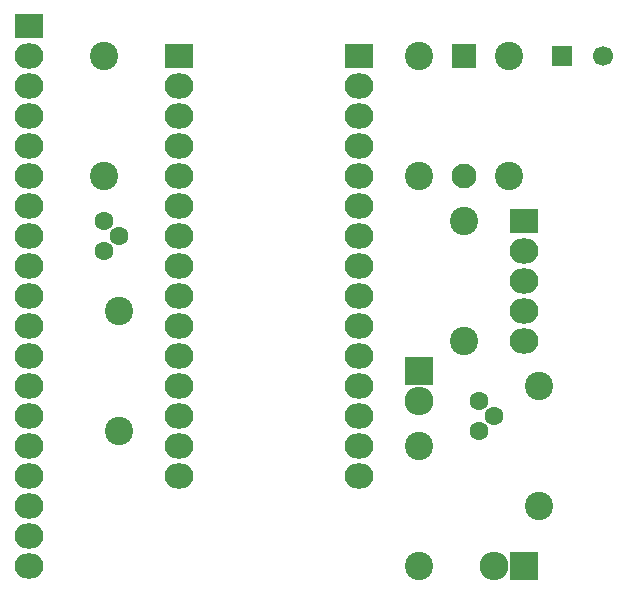
<source format=gts>
G04 #@! TF.FileFunction,Soldermask,Top*
%FSLAX46Y46*%
G04 Gerber Fmt 4.6, Leading zero omitted, Abs format (unit mm)*
G04 Created by KiCad (PCBNEW 4.0.4+e1-6308~48~ubuntu16.04.1-stable) date Fri Nov  4 19:35:35 2016*
%MOMM*%
%LPD*%
G01*
G04 APERTURE LIST*
%ADD10C,0.100000*%
%ADD11R,2.432000X2.127200*%
%ADD12O,2.432000X2.127200*%
%ADD13C,2.398980*%
%ADD14C,1.600000*%
%ADD15R,2.432000X2.432000*%
%ADD16O,2.432000X2.432000*%
%ADD17C,2.099260*%
%ADD18R,2.099260X2.099260*%
%ADD19C,1.700000*%
%ADD20R,1.700000X1.700000*%
G04 APERTURE END LIST*
D10*
D11*
X31750000Y-76200000D03*
D12*
X31750000Y-78740000D03*
X31750000Y-81280000D03*
X31750000Y-83820000D03*
X31750000Y-86360000D03*
X31750000Y-88900000D03*
X31750000Y-91440000D03*
X31750000Y-93980000D03*
X31750000Y-96520000D03*
X31750000Y-99060000D03*
X31750000Y-101600000D03*
X31750000Y-104140000D03*
X31750000Y-106680000D03*
X31750000Y-109220000D03*
X31750000Y-111760000D03*
X31750000Y-114300000D03*
X31750000Y-116840000D03*
X31750000Y-119380000D03*
X31750000Y-121920000D03*
D13*
X72390000Y-88900000D03*
X72390000Y-78740000D03*
X68580000Y-92710000D03*
X68580000Y-102870000D03*
X64770000Y-121920000D03*
X64770000Y-111760000D03*
X39370000Y-110490000D03*
X39370000Y-100330000D03*
X38100000Y-78740000D03*
X38100000Y-88900000D03*
D14*
X38100000Y-95250000D03*
X39370000Y-93980000D03*
X38100000Y-92710000D03*
D15*
X73660000Y-121920000D03*
D16*
X71120000Y-121920000D03*
D15*
X64770000Y-105410000D03*
D16*
X64770000Y-107950000D03*
D11*
X73660000Y-92710000D03*
D12*
X73660000Y-95250000D03*
X73660000Y-97790000D03*
X73660000Y-100330000D03*
X73660000Y-102870000D03*
D11*
X59690000Y-78740000D03*
D12*
X59690000Y-81280000D03*
X59690000Y-83820000D03*
X59690000Y-86360000D03*
X59690000Y-88900000D03*
X59690000Y-91440000D03*
X59690000Y-93980000D03*
X59690000Y-96520000D03*
X59690000Y-99060000D03*
X59690000Y-101600000D03*
X59690000Y-104140000D03*
X59690000Y-106680000D03*
X59690000Y-109220000D03*
X59690000Y-111760000D03*
X59690000Y-114300000D03*
D11*
X44450000Y-78740000D03*
D12*
X44450000Y-81280000D03*
X44450000Y-83820000D03*
X44450000Y-86360000D03*
X44450000Y-88900000D03*
X44450000Y-91440000D03*
X44450000Y-93980000D03*
X44450000Y-96520000D03*
X44450000Y-99060000D03*
X44450000Y-101600000D03*
X44450000Y-104140000D03*
X44450000Y-106680000D03*
X44450000Y-109220000D03*
X44450000Y-111760000D03*
X44450000Y-114300000D03*
D17*
X68582540Y-88900520D03*
D18*
X68582540Y-78740520D03*
D13*
X74930000Y-106680000D03*
X74930000Y-116840000D03*
X64770000Y-78740000D03*
X64770000Y-88900000D03*
D14*
X69850000Y-110490000D03*
X71120000Y-109220000D03*
X69850000Y-107950000D03*
D19*
X80335000Y-78740000D03*
D20*
X76835000Y-78740000D03*
M02*

</source>
